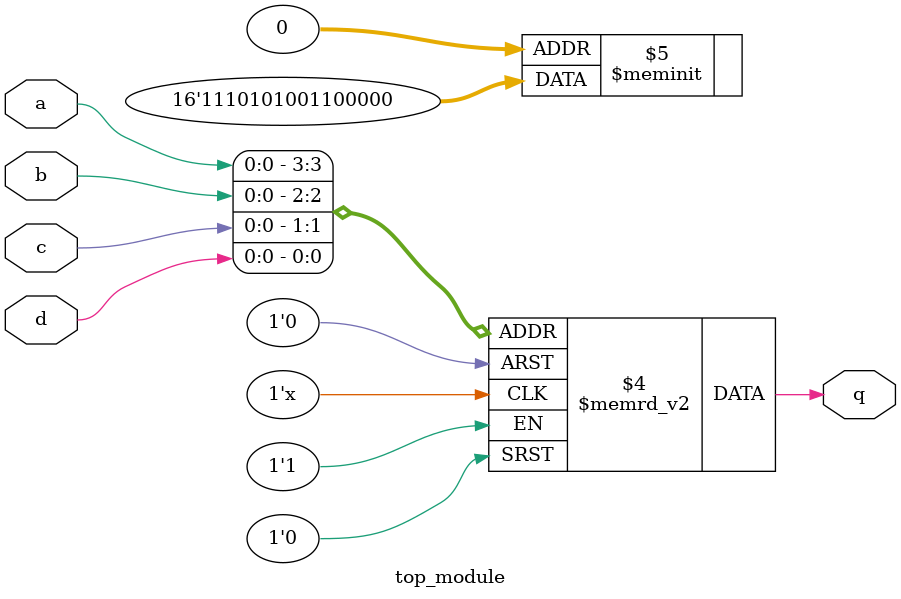
<source format=sv>
module top_module (
  input a, 
  input b, 
  input c, 
  input d,
  output reg q
);

  always @* begin
    case ({a, b, c, d})
      4'b0000 : q = 1'b0;
      4'b0001 : q = 1'b0;
      4'b0010 : q = 1'b0;
      4'b0011 : q = 1'b0;
      4'b0100 : q = 1'b0;
      4'b0101 : q = 1'b1;
      4'b0110 : q = 1'b1;
      4'b0111 : q = 1'b0; // Fixing the output value for the waveform mismatch at time 70.
      4'b1000 : q = 1'b0;
      4'b1001 : q = 1'b1;
      4'b1010 : q = 1'b0;
      4'b1011 : q = 1'b1;
      4'b1100 : q = 1'b0;
      4'b1101 : q = 1'b1;
      4'b1110 : q = 1'b1;
      4'b1111 : q = 1'b1;
    endcase
  end

endmodule

</source>
